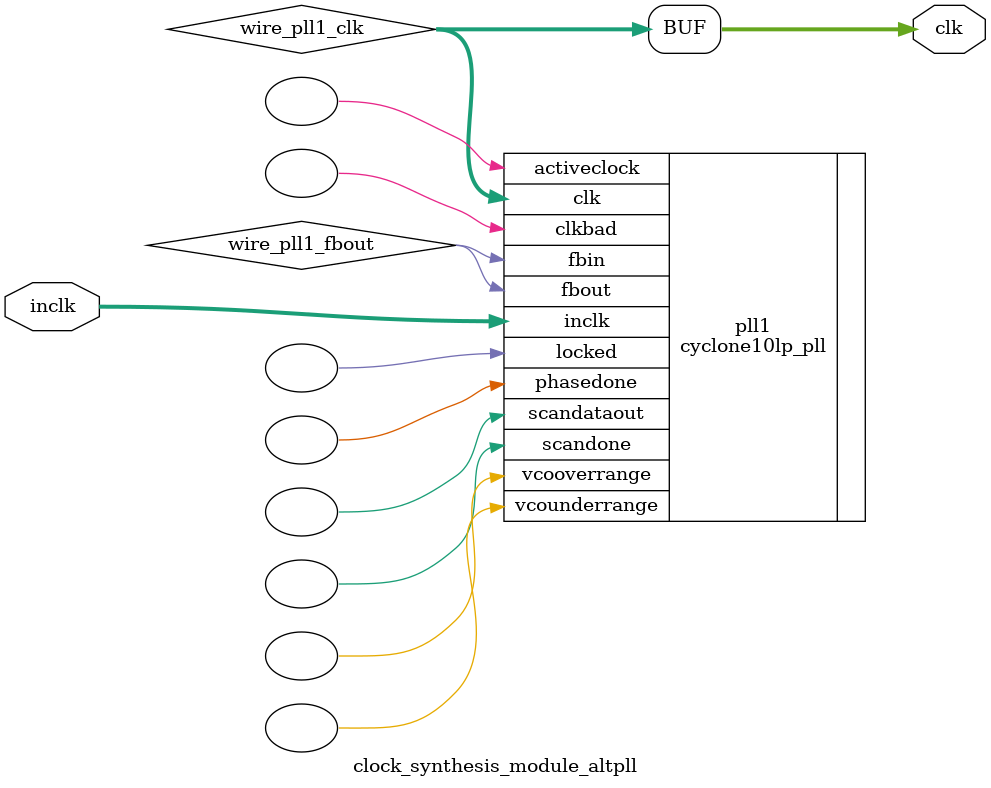
<source format=v>






//synthesis_resources = cyclone10lp_pll 1 
//synopsys translate_off
`timescale 1 ps / 1 ps
//synopsys translate_on
module  clock_synthesis_module_altpll
	( 
	clk,
	inclk) /* synthesis synthesis_clearbox=1 */;
	output   [4:0]  clk;
	input   [1:0]  inclk;
`ifndef ALTERA_RESERVED_QIS
// synopsys translate_off
`endif
	tri0   [1:0]  inclk;
`ifndef ALTERA_RESERVED_QIS
// synopsys translate_on
`endif

	wire  [4:0]   wire_pll1_clk;
	wire  wire_pll1_fbout;

	cyclone10lp_pll   pll1
	( 
	.activeclock(),
	.clk(wire_pll1_clk),
	.clkbad(),
	.fbin(wire_pll1_fbout),
	.fbout(wire_pll1_fbout),
	.inclk(inclk),
	.locked(),
	.phasedone(),
	.scandataout(),
	.scandone(),
	.vcooverrange(),
	.vcounderrange()
	`ifndef FORMAL_VERIFICATION
	// synopsys translate_off
	`endif
	,
	.areset(1'b0),
	.clkswitch(1'b0),
	.configupdate(1'b0),
	.pfdena(1'b1),
	.phasecounterselect({3{1'b0}}),
	.phasestep(1'b0),
	.phaseupdown(1'b0),
	.scanclk(1'b0),
	.scanclkena(1'b1),
	.scandata(1'b0)
	`ifndef FORMAL_VERIFICATION
	// synopsys translate_on
	`endif
	);
	defparam
		pll1.bandwidth_type = "auto",
		pll1.clk0_divide_by = 25,
		pll1.clk0_duty_cycle = 50,
		pll1.clk0_multiply_by = 1,
		pll1.clk0_phase_shift = "0",
		pll1.compensate_clock = "clk0",
		pll1.inclk0_input_frequency = 10000,
		pll1.operation_mode = "normal",
		pll1.pll_type = "auto",
		pll1.lpm_type = "cyclone10lp_pll";
	assign
		clk = {wire_pll1_clk[4:0]};
endmodule //clock_synthesis_module_altpll
//VALID FILE

</source>
